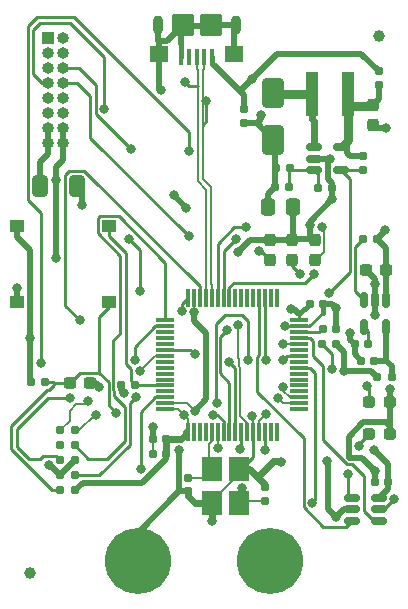
<source format=gbr>
%TF.GenerationSoftware,KiCad,Pcbnew,8.0.5*%
%TF.CreationDate,2024-10-08T14:31:27-07:00*%
%TF.ProjectId,USB_SPDTK2,5553425f-5350-4445-944b-322e6b696361,rev?*%
%TF.SameCoordinates,Original*%
%TF.FileFunction,Copper,L1,Top*%
%TF.FilePolarity,Positive*%
%FSLAX46Y46*%
G04 Gerber Fmt 4.6, Leading zero omitted, Abs format (unit mm)*
G04 Created by KiCad (PCBNEW 8.0.5) date 2024-10-08 14:31:27*
%MOMM*%
%LPD*%
G01*
G04 APERTURE LIST*
G04 Aperture macros list*
%AMRoundRect*
0 Rectangle with rounded corners*
0 $1 Rounding radius*
0 $2 $3 $4 $5 $6 $7 $8 $9 X,Y pos of 4 corners*
0 Add a 4 corners polygon primitive as box body*
4,1,4,$2,$3,$4,$5,$6,$7,$8,$9,$2,$3,0*
0 Add four circle primitives for the rounded corners*
1,1,$1+$1,$2,$3*
1,1,$1+$1,$4,$5*
1,1,$1+$1,$6,$7*
1,1,$1+$1,$8,$9*
0 Add four rect primitives between the rounded corners*
20,1,$1+$1,$2,$3,$4,$5,0*
20,1,$1+$1,$4,$5,$6,$7,0*
20,1,$1+$1,$6,$7,$8,$9,0*
20,1,$1+$1,$8,$9,$2,$3,0*%
G04 Aperture macros list end*
%TA.AperFunction,SMDPad,CuDef*%
%ADD10RoundRect,0.155000X0.155000X-0.212500X0.155000X0.212500X-0.155000X0.212500X-0.155000X-0.212500X0*%
%TD*%
%TA.AperFunction,SMDPad,CuDef*%
%ADD11RoundRect,0.155000X-0.212500X-0.155000X0.212500X-0.155000X0.212500X0.155000X-0.212500X0.155000X0*%
%TD*%
%TA.AperFunction,SMDPad,CuDef*%
%ADD12RoundRect,0.075000X0.075000X-0.700000X0.075000X0.700000X-0.075000X0.700000X-0.075000X-0.700000X0*%
%TD*%
%TA.AperFunction,SMDPad,CuDef*%
%ADD13RoundRect,0.075000X0.700000X-0.075000X0.700000X0.075000X-0.700000X0.075000X-0.700000X-0.075000X0*%
%TD*%
%TA.AperFunction,SMDPad,CuDef*%
%ADD14R,1.100000X3.700000*%
%TD*%
%TA.AperFunction,SMDPad,CuDef*%
%ADD15RoundRect,0.155000X0.212500X0.155000X-0.212500X0.155000X-0.212500X-0.155000X0.212500X-0.155000X0*%
%TD*%
%TA.AperFunction,SMDPad,CuDef*%
%ADD16RoundRect,0.237500X0.287500X0.237500X-0.287500X0.237500X-0.287500X-0.237500X0.287500X-0.237500X0*%
%TD*%
%TA.AperFunction,SMDPad,CuDef*%
%ADD17RoundRect,0.160000X0.160000X-0.197500X0.160000X0.197500X-0.160000X0.197500X-0.160000X-0.197500X0*%
%TD*%
%TA.AperFunction,SMDPad,CuDef*%
%ADD18RoundRect,0.237500X0.300000X0.237500X-0.300000X0.237500X-0.300000X-0.237500X0.300000X-0.237500X0*%
%TD*%
%TA.AperFunction,SMDPad,CuDef*%
%ADD19R,1.250000X1.000000*%
%TD*%
%TA.AperFunction,SMDPad,CuDef*%
%ADD20RoundRect,0.160000X0.197500X0.160000X-0.197500X0.160000X-0.197500X-0.160000X0.197500X-0.160000X0*%
%TD*%
%TA.AperFunction,SMDPad,CuDef*%
%ADD21RoundRect,0.237500X0.237500X-0.300000X0.237500X0.300000X-0.237500X0.300000X-0.237500X-0.300000X0*%
%TD*%
%TA.AperFunction,SMDPad,CuDef*%
%ADD22RoundRect,0.237500X-0.237500X0.287500X-0.237500X-0.287500X0.237500X-0.287500X0.237500X0.287500X0*%
%TD*%
%TA.AperFunction,SMDPad,CuDef*%
%ADD23RoundRect,0.150000X-0.512500X-0.150000X0.512500X-0.150000X0.512500X0.150000X-0.512500X0.150000X0*%
%TD*%
%TA.AperFunction,SMDPad,CuDef*%
%ADD24RoundRect,0.160000X-0.160000X0.197500X-0.160000X-0.197500X0.160000X-0.197500X0.160000X0.197500X0*%
%TD*%
%TA.AperFunction,ComponentPad*%
%ADD25R,1.000000X1.000000*%
%TD*%
%TA.AperFunction,ComponentPad*%
%ADD26O,1.000000X1.000000*%
%TD*%
%TA.AperFunction,SMDPad,CuDef*%
%ADD27RoundRect,0.150000X-0.150000X0.512500X-0.150000X-0.512500X0.150000X-0.512500X0.150000X0.512500X0*%
%TD*%
%TA.AperFunction,SMDPad,CuDef*%
%ADD28RoundRect,0.250000X-0.412500X-0.650000X0.412500X-0.650000X0.412500X0.650000X-0.412500X0.650000X0*%
%TD*%
%TA.AperFunction,SMDPad,CuDef*%
%ADD29RoundRect,0.250000X0.650000X-1.000000X0.650000X1.000000X-0.650000X1.000000X-0.650000X-1.000000X0*%
%TD*%
%TA.AperFunction,SMDPad,CuDef*%
%ADD30RoundRect,0.160000X-0.197500X-0.160000X0.197500X-0.160000X0.197500X0.160000X-0.197500X0.160000X0*%
%TD*%
%TA.AperFunction,SMDPad,CuDef*%
%ADD31C,1.000000*%
%TD*%
%TA.AperFunction,SMDPad,CuDef*%
%ADD32R,1.800000X2.100000*%
%TD*%
%TA.AperFunction,ComponentPad*%
%ADD33C,3.600000*%
%TD*%
%TA.AperFunction,ConnectorPad*%
%ADD34C,5.600000*%
%TD*%
%TA.AperFunction,ConnectorPad*%
%ADD35C,0.787400*%
%TD*%
%TA.AperFunction,SMDPad,CuDef*%
%ADD36RoundRect,0.155000X-0.155000X0.212500X-0.155000X-0.212500X0.155000X-0.212500X0.155000X0.212500X0*%
%TD*%
%TA.AperFunction,SMDPad,CuDef*%
%ADD37RoundRect,0.237500X-0.300000X-0.237500X0.300000X-0.237500X0.300000X0.237500X-0.300000X0.237500X0*%
%TD*%
%TA.AperFunction,SMDPad,CuDef*%
%ADD38RoundRect,0.250000X0.337500X0.475000X-0.337500X0.475000X-0.337500X-0.475000X0.337500X-0.475000X0*%
%TD*%
%TA.AperFunction,SMDPad,CuDef*%
%ADD39RoundRect,0.100000X0.100000X0.575000X-0.100000X0.575000X-0.100000X-0.575000X0.100000X-0.575000X0*%
%TD*%
%TA.AperFunction,ComponentPad*%
%ADD40O,0.900000X1.600000*%
%TD*%
%TA.AperFunction,SMDPad,CuDef*%
%ADD41RoundRect,0.250000X0.550000X0.450000X-0.550000X0.450000X-0.550000X-0.450000X0.550000X-0.450000X0*%
%TD*%
%TA.AperFunction,SMDPad,CuDef*%
%ADD42RoundRect,0.250000X0.700000X0.700000X-0.700000X0.700000X-0.700000X-0.700000X0.700000X-0.700000X0*%
%TD*%
%TA.AperFunction,ViaPad*%
%ADD43C,0.800000*%
%TD*%
%TA.AperFunction,Conductor*%
%ADD44C,0.800000*%
%TD*%
%TA.AperFunction,Conductor*%
%ADD45C,0.500000*%
%TD*%
%TA.AperFunction,Conductor*%
%ADD46C,0.600000*%
%TD*%
%TA.AperFunction,Conductor*%
%ADD47C,0.254000*%
%TD*%
%TA.AperFunction,Conductor*%
%ADD48C,0.200000*%
%TD*%
%TA.AperFunction,Conductor*%
%ADD49C,0.400000*%
%TD*%
%TA.AperFunction,Conductor*%
%ADD50C,0.400600*%
%TD*%
%TA.AperFunction,Conductor*%
%ADD51C,0.127000*%
%TD*%
%TA.AperFunction,Conductor*%
%ADD52C,0.250000*%
%TD*%
G04 APERTURE END LIST*
D10*
%TO.P,C18,1*%
%TO.N,Net-(C18-Pad1)*%
X129800000Y-105367500D03*
%TO.P,C18,2*%
%TO.N,GND*%
X129800000Y-104232500D03*
%TD*%
D11*
%TO.P,C8,1*%
%TO.N,+3.3V*%
X133565000Y-88700000D03*
%TO.P,C8,2*%
%TO.N,GND*%
X134700000Y-88700000D03*
%TD*%
D12*
%TO.P,U4,1,VBAT*%
%TO.N,+3.3V*%
X123275000Y-99525000D03*
%TO.P,U4,2,PC13*%
%TO.N,unconnected-(U4-PC13-Pad2)*%
X123775000Y-99525000D03*
%TO.P,U4,3,PC14*%
%TO.N,unconnected-(U4-PC14-Pad3)*%
X124275000Y-99525000D03*
%TO.P,U4,4,PC15*%
%TO.N,unconnected-(U4-PC15-Pad4)*%
X124775000Y-99525000D03*
%TO.P,U4,5,PH0*%
%TO.N,Net-(U4-PH0)*%
X125275000Y-99525000D03*
%TO.P,U4,6,PH1*%
%TO.N,Net-(U4-PH1)*%
X125775000Y-99525000D03*
%TO.P,U4,7,NRST*%
%TO.N,Net-(J2-~{RESET})*%
X126275000Y-99525000D03*
%TO.P,U4,8,PC0*%
%TO.N,S1U*%
X126775000Y-99525000D03*
%TO.P,U4,9,PC1*%
%TO.N,S1D*%
X127275000Y-99525000D03*
%TO.P,U4,10,PC2*%
%TO.N,S2U*%
X127775000Y-99525000D03*
%TO.P,U4,11,PC3*%
%TO.N,S2D*%
X128275000Y-99525000D03*
%TO.P,U4,12,VSSA*%
%TO.N,GND*%
X128775000Y-99525000D03*
%TO.P,U4,13,VDDA*%
%TO.N,Net-(U4-VDDA)*%
X129275000Y-99525000D03*
%TO.P,U4,14,PA0*%
%TO.N,Net-(U4-PA0)*%
X129775000Y-99525000D03*
%TO.P,U4,15,PA1*%
%TO.N,unconnected-(U4-PA1-Pad15)*%
X130275000Y-99525000D03*
%TO.P,U4,16,PA2*%
%TO.N,unconnected-(U4-PA2-Pad16)*%
X130775000Y-99525000D03*
D13*
%TO.P,U4,17,PA3*%
%TO.N,unconnected-(U4-PA3-Pad17)*%
X132700000Y-97600000D03*
%TO.P,U4,18,VSS*%
%TO.N,GND*%
X132700000Y-97100000D03*
%TO.P,U4,19,VDD*%
%TO.N,+3.3V*%
X132700000Y-96600000D03*
%TO.P,U4,20,PA4*%
%TO.N,unconnected-(U4-PA4-Pad20)*%
X132700000Y-96100000D03*
%TO.P,U4,21,PA5*%
%TO.N,unconnected-(U4-PA5-Pad21)*%
X132700000Y-95600000D03*
%TO.P,U4,22,PA6*%
%TO.N,unconnected-(U4-PA6-Pad22)*%
X132700000Y-95100000D03*
%TO.P,U4,23,PA7*%
%TO.N,unconnected-(U4-PA7-Pad23)*%
X132700000Y-94600000D03*
%TO.P,U4,24,PC4*%
%TO.N,SW_Enable*%
X132700000Y-94100000D03*
%TO.P,U4,25,PC5*%
%TO.N,unconnected-(U4-PC5-Pad25)*%
X132700000Y-93600000D03*
%TO.P,U4,26,PB0*%
%TO.N,Net-(U4-PB0)*%
X132700000Y-93100000D03*
%TO.P,U4,27,PB1*%
%TO.N,unconnected-(U4-PB1-Pad27)*%
X132700000Y-92600000D03*
%TO.P,U4,28,PB2*%
%TO.N,/Controller/BOOT1*%
X132700000Y-92100000D03*
%TO.P,U4,29,PB10*%
%TO.N,/Controller/SPI2_SCK*%
X132700000Y-91600000D03*
%TO.P,U4,30,VCAP1*%
%TO.N,Net-(U4-VCAP1)*%
X132700000Y-91100000D03*
%TO.P,U4,31,VSS*%
%TO.N,GND*%
X132700000Y-90600000D03*
%TO.P,U4,32,VDD*%
%TO.N,+3.3V*%
X132700000Y-90100000D03*
D12*
%TO.P,U4,33,PB12*%
%TO.N,unconnected-(U4-PB12-Pad33)*%
X130775000Y-88175000D03*
%TO.P,U4,34,PB13*%
%TO.N,unconnected-(U4-PB13-Pad34)*%
X130275000Y-88175000D03*
%TO.P,U4,35,PB14*%
%TO.N,/Controller/SPI2_MISO*%
X129775000Y-88175000D03*
%TO.P,U4,36,PB15*%
%TO.N,/Controller/SPI2_MOSI*%
X129275000Y-88175000D03*
%TO.P,U4,37,PC6*%
%TO.N,unconnected-(U4-PC6-Pad37)*%
X128775000Y-88175000D03*
%TO.P,U4,38,PC7*%
%TO.N,unconnected-(U4-PC7-Pad38)*%
X128275000Y-88175000D03*
%TO.P,U4,39,PC8*%
%TO.N,Aux0*%
X127775000Y-88175000D03*
%TO.P,U4,40,PC9*%
%TO.N,Aux1*%
X127275000Y-88175000D03*
%TO.P,U4,41,PA8*%
%TO.N,Net-(U4-PA8)*%
X126775000Y-88175000D03*
%TO.P,U4,42,PA9*%
%TO.N,Net-(U4-PA9)*%
X126275000Y-88175000D03*
%TO.P,U4,43,PA10*%
%TO.N,Net-(U4-PA10)*%
X125775000Y-88175000D03*
%TO.P,U4,44,PA11*%
%TO.N,/Controller/USB-*%
X125275000Y-88175000D03*
%TO.P,U4,45,PA12*%
%TO.N,/Controller/USB+*%
X124775000Y-88175000D03*
%TO.P,U4,46,PA13*%
%TO.N,/Controller/JTMS*%
X124275000Y-88175000D03*
%TO.P,U4,47,VSS*%
%TO.N,GND*%
X123775000Y-88175000D03*
%TO.P,U4,48,VDD*%
%TO.N,+3.3V*%
X123275000Y-88175000D03*
D13*
%TO.P,U4,49,PA14*%
%TO.N,/Controller/JTCK*%
X121350000Y-90100000D03*
%TO.P,U4,50,PA15*%
%TO.N,/Controller/JTDI*%
X121350000Y-90600000D03*
%TO.P,U4,51,PC10*%
%TO.N,Aux2*%
X121350000Y-91100000D03*
%TO.P,U4,52,PC11*%
%TO.N,Aux3*%
X121350000Y-91600000D03*
%TO.P,U4,53,PC12*%
%TO.N,unconnected-(U4-PC12-Pad53)*%
X121350000Y-92100000D03*
%TO.P,U4,54,PD2*%
%TO.N,HVEnable*%
X121350000Y-92600000D03*
%TO.P,U4,55,PB3*%
%TO.N,/Controller/JTDO*%
X121350000Y-93100000D03*
%TO.P,U4,56,PB4*%
%TO.N,unconnected-(U4-PB4-Pad56)*%
X121350000Y-93600000D03*
%TO.P,U4,57,PB5*%
%TO.N,unconnected-(U4-PB5-Pad57)*%
X121350000Y-94100000D03*
%TO.P,U4,58,PB6*%
%TO.N,unconnected-(U4-PB6-Pad58)*%
X121350000Y-94600000D03*
%TO.P,U4,59,PB7*%
%TO.N,unconnected-(U4-PB7-Pad59)*%
X121350000Y-95100000D03*
%TO.P,U4,60,BOOT0*%
%TO.N,Net-(U4-BOOT0)*%
X121350000Y-95600000D03*
%TO.P,U4,61,PB8*%
%TO.N,unconnected-(U4-PB8-Pad61)*%
X121350000Y-96100000D03*
%TO.P,U4,62,PB9*%
%TO.N,/Controller/~{SPI2NSS}*%
X121350000Y-96600000D03*
%TO.P,U4,63,VSS*%
%TO.N,GND*%
X121350000Y-97100000D03*
%TO.P,U4,64,VDD*%
%TO.N,+3.3V*%
X121350000Y-97600000D03*
%TD*%
D11*
%TO.P,C5,1*%
%TO.N,GND*%
X137900000Y-93500000D03*
%TO.P,C5,2*%
%TO.N,Net-(U2-VOUT)*%
X139035000Y-93500000D03*
%TD*%
D14*
%TO.P,L1,1,1*%
%TO.N,Net-(U1-VIN)*%
X136800000Y-70900000D03*
%TO.P,L1,2,2*%
%TO.N,Net-(D1-A)*%
X133800000Y-70900000D03*
%TD*%
D15*
%TO.P,C7,1*%
%TO.N,+3.3V*%
X121400000Y-101400000D03*
%TO.P,C7,2*%
%TO.N,GND*%
X120265000Y-101400000D03*
%TD*%
D16*
%TO.P,D3,1,K*%
%TO.N,GND*%
X140375000Y-99700000D03*
%TO.P,D3,2,A*%
%TO.N,Net-(D3-A)*%
X138625000Y-99700000D03*
%TD*%
D17*
%TO.P,R3,1*%
%TO.N,HVEnable*%
X138100000Y-77395000D03*
%TO.P,R3,2*%
%TO.N,Net-(U1-VIN)*%
X138100000Y-76200000D03*
%TD*%
D18*
%TO.P,C15,1*%
%TO.N,GND*%
X114962500Y-95400000D03*
%TO.P,C15,2*%
%TO.N,Net-(J2-~{RESET})*%
X113237500Y-95400000D03*
%TD*%
D19*
%TO.P,SW2,1,1*%
%TO.N,Net-(U4-BOOT0)*%
X116575000Y-82100000D03*
%TO.P,SW2,2,2*%
%TO.N,+3.3V*%
X108825000Y-82100000D03*
%TD*%
D17*
%TO.P,R2,1*%
%TO.N,Net-(U1-VIN)*%
X139400000Y-70197500D03*
%TO.P,R2,2*%
%TO.N,VBUS*%
X139400000Y-69002500D03*
%TD*%
D20*
%TO.P,R5,1*%
%TO.N,GND*%
X135497500Y-78900000D03*
%TO.P,R5,2*%
%TO.N,Net-(U1-FB)*%
X134302500Y-78900000D03*
%TD*%
D21*
%TO.P,C1,1*%
%TO.N,GND*%
X138900000Y-73562500D03*
%TO.P,C1,2*%
%TO.N,Net-(U1-VIN)*%
X138900000Y-71837500D03*
%TD*%
D22*
%TO.P,D6,1,K*%
%TO.N,GND*%
X130200000Y-83250000D03*
%TO.P,D6,2,A*%
%TO.N,Net-(D6-A)*%
X130200000Y-85000000D03*
%TD*%
D23*
%TO.P,U1,1,SW*%
%TO.N,Net-(D1-A)*%
X133962500Y-75450000D03*
%TO.P,U1,2,GND*%
%TO.N,GND*%
X133962500Y-76400000D03*
%TO.P,U1,3,FB*%
%TO.N,Net-(U1-FB)*%
X133962500Y-77350000D03*
%TO.P,U1,4,EN*%
%TO.N,HVEnable*%
X136237500Y-77350000D03*
%TO.P,U1,5,VIN*%
%TO.N,Net-(U1-VIN)*%
X136237500Y-75450000D03*
%TD*%
D11*
%TO.P,C20,1*%
%TO.N,GND*%
X139065000Y-103800000D03*
%TO.P,C20,2*%
%TO.N,+3.3V*%
X140200000Y-103800000D03*
%TD*%
D24*
%TO.P,R1,1*%
%TO.N,VBUS*%
X128000000Y-72202500D03*
%TO.P,R1,2*%
%TO.N,+VSW*%
X128000000Y-73397500D03*
%TD*%
D22*
%TO.P,D4,1,K*%
%TO.N,GND*%
X134000000Y-83250000D03*
%TO.P,D4,2,A*%
%TO.N,Net-(D4-A)*%
X134000000Y-85000000D03*
%TD*%
D25*
%TO.P,J3,1,Pin_1*%
%TO.N,unconnected-(J3-Pin_1-Pad1)*%
X111430000Y-66190000D03*
D26*
%TO.P,J3,2,Pin_2*%
%TO.N,unconnected-(J3-Pin_2-Pad2)*%
X112700000Y-66190000D03*
%TO.P,J3,3,Pin_3*%
%TO.N,unconnected-(J3-Pin_3-Pad3)*%
X111430000Y-67460000D03*
%TO.P,J3,4,Pin_4*%
%TO.N,unconnected-(J3-Pin_4-Pad4)*%
X112700000Y-67460000D03*
%TO.P,J3,5,Pin_5*%
%TO.N,S1U_OUT*%
X111430000Y-68730000D03*
%TO.P,J3,6,Pin_6*%
%TO.N,S1D_OUT*%
X112700000Y-68730000D03*
%TO.P,J3,7,Pin_7*%
%TO.N,S2U_OUT*%
X111430000Y-70000000D03*
%TO.P,J3,8,Pin_8*%
%TO.N,S2D_OUT*%
X112700000Y-70000000D03*
%TO.P,J3,9,Pin_9*%
%TO.N,unconnected-(J3-Pin_9-Pad9)*%
X111430000Y-71270000D03*
%TO.P,J3,10,Pin_10*%
%TO.N,unconnected-(J3-Pin_10-Pad10)*%
X112700000Y-71270000D03*
%TO.P,J3,11,Pin_11*%
%TO.N,unconnected-(J3-Pin_11-Pad11)*%
X111430000Y-72540000D03*
%TO.P,J3,12,Pin_12*%
%TO.N,unconnected-(J3-Pin_12-Pad12)*%
X112700000Y-72540000D03*
%TO.P,J3,13,Pin_13*%
%TO.N,+VSW*%
X111430000Y-73810000D03*
%TO.P,J3,14,Pin_14*%
%TO.N,GND*%
X112700000Y-73810000D03*
%TO.P,J3,15,Pin_15*%
%TO.N,+VSW*%
X111430000Y-75080000D03*
%TO.P,J3,16,Pin_16*%
%TO.N,GND*%
X112700000Y-75080000D03*
%TD*%
D27*
%TO.P,U2,1,VIN*%
%TO.N,VBUS*%
X140050000Y-88362500D03*
%TO.P,U2,2,GND*%
%TO.N,GND*%
X139100000Y-88362500D03*
%TO.P,U2,3,ON/~{OFF}*%
%TO.N,Net-(U2-ON{slash}~{OFF})*%
X138150000Y-88362500D03*
%TO.P,U2,4,BP*%
%TO.N,Net-(U2-BP)*%
X138150000Y-90637500D03*
%TO.P,U2,5,VOUT*%
%TO.N,Net-(U2-VOUT)*%
X140050000Y-90637500D03*
%TD*%
D28*
%TO.P,C21,1*%
%TO.N,+VSW*%
X110737500Y-78700000D03*
%TO.P,C21,2*%
%TO.N,GND*%
X113862500Y-78700000D03*
%TD*%
D29*
%TO.P,D1,1,K*%
%TO.N,+VSW*%
X130500000Y-74800000D03*
%TO.P,D1,2,A*%
%TO.N,Net-(D1-A)*%
X130500000Y-70800000D03*
%TD*%
D30*
%TO.P,R10,1*%
%TO.N,GND*%
X117602500Y-95600000D03*
%TO.P,R10,2*%
%TO.N,Net-(U4-BOOT0)*%
X118797500Y-95600000D03*
%TD*%
D11*
%TO.P,C12,1*%
%TO.N,GND*%
X120265000Y-100100000D03*
%TO.P,C12,2*%
%TO.N,+3.3V*%
X121400000Y-100100000D03*
%TD*%
D31*
%TO.P,FID2,*%
%TO.N,*%
X139400000Y-66000000D03*
%TD*%
D20*
%TO.P,R4,1*%
%TO.N,Net-(U1-FB)*%
X131897500Y-77200000D03*
%TO.P,R4,2*%
%TO.N,+VSW*%
X130702500Y-77200000D03*
%TD*%
%TO.P,R16,1*%
%TO.N,+3.3V*%
X135800000Y-92100000D03*
%TO.P,R16,2*%
%TO.N,/Controller/BOOT1*%
X134605000Y-92100000D03*
%TD*%
D32*
%TO.P,Y1,1,1*%
%TO.N,Net-(U4-PH0)*%
X125300000Y-102650000D03*
%TO.P,Y1,2,2*%
%TO.N,GND*%
X125300000Y-105550000D03*
%TO.P,Y1,3,3*%
%TO.N,Net-(C18-Pad1)*%
X127600000Y-105550000D03*
%TO.P,Y1,4,4*%
%TO.N,GND*%
X127600000Y-102650000D03*
%TD*%
D22*
%TO.P,D5,1,K*%
%TO.N,GND*%
X132100000Y-83250000D03*
%TO.P,D5,2,A*%
%TO.N,Net-(D5-A)*%
X132100000Y-85000000D03*
%TD*%
D33*
%TO.P,H1,1,1*%
%TO.N,GND*%
X119012000Y-110500000D03*
D34*
X119012000Y-110500000D03*
%TD*%
D15*
%TO.P,C19,1*%
%TO.N,GND*%
X135800000Y-90800000D03*
%TO.P,C19,2*%
%TO.N,Net-(U4-VCAP1)*%
X134665000Y-90800000D03*
%TD*%
D35*
%TO.P,J2,1,VTref*%
%TO.N,+3.3V*%
X113700000Y-104470000D03*
%TO.P,J2,2,SWDIO/TMS*%
%TO.N,/Controller/JTMS*%
X113700000Y-103200000D03*
%TO.P,J2,3,GND*%
%TO.N,GND*%
X113700000Y-101930000D03*
%TO.P,J2,4,SWCLK/TCK*%
%TO.N,/Controller/JTCK*%
X113700000Y-100660000D03*
%TO.P,J2,5,GND*%
%TO.N,GND*%
X113700000Y-99390000D03*
%TO.P,J2,6,SWO/TDO*%
%TO.N,/Controller/JTDO*%
X112430000Y-99390000D03*
%TO.P,J2,7,KEY*%
%TO.N,unconnected-(J2-KEY-Pad7)*%
X112430000Y-100660000D03*
%TO.P,J2,8,NC/TDI*%
%TO.N,/Controller/JTDI*%
X112430000Y-101930000D03*
%TO.P,J2,9,GNDDetect*%
%TO.N,GND*%
X112430000Y-103200000D03*
%TO.P,J2,10,~{RESET}*%
%TO.N,Net-(J2-~{RESET})*%
X112430000Y-104470000D03*
%TD*%
D36*
%TO.P,C17,1*%
%TO.N,Net-(U4-PH0)*%
X123300000Y-103432500D03*
%TO.P,C17,2*%
%TO.N,GND*%
X123300000Y-104567500D03*
%TD*%
D37*
%TO.P,C4,1*%
%TO.N,GND*%
X138337500Y-85800000D03*
%TO.P,C4,2*%
%TO.N,VBUS*%
X140062500Y-85800000D03*
%TD*%
D38*
%TO.P,C3,1*%
%TO.N,GND*%
X132137500Y-80500000D03*
%TO.P,C3,2*%
%TO.N,+VSW*%
X130062500Y-80500000D03*
%TD*%
D23*
%TO.P,U5,1,DO*%
%TO.N,/Controller/SPI2_MISO*%
X137125000Y-105150000D03*
%TO.P,U5,2,Vss*%
%TO.N,GND*%
X137125000Y-106100000D03*
%TO.P,U5,3,DI*%
%TO.N,/Controller/SPI2_MOSI*%
X137125000Y-107050000D03*
%TO.P,U5,4,CLK*%
%TO.N,/Controller/SPI2_SCK*%
X139400000Y-107050000D03*
%TO.P,U5,5,CS*%
%TO.N,/Controller/~{SPI2NSS}*%
X139400000Y-106100000D03*
%TO.P,U5,6,Vcc*%
%TO.N,+3.3V*%
X139400000Y-105150000D03*
%TD*%
D30*
%TO.P,R8,1*%
%TO.N,+3.3V*%
X110002500Y-95300000D03*
%TO.P,R8,2*%
%TO.N,Net-(J2-~{RESET})*%
X111197500Y-95300000D03*
%TD*%
D31*
%TO.P,FID1,*%
%TO.N,*%
X109900000Y-111500000D03*
%TD*%
D20*
%TO.P,R6,1*%
%TO.N,Net-(U2-VOUT)*%
X140500000Y-94900000D03*
%TO.P,R6,2*%
%TO.N,+3.3V*%
X139305000Y-94900000D03*
%TD*%
D33*
%TO.P,H2,1,1*%
%TO.N,GND*%
X130188000Y-110500000D03*
D34*
X130188000Y-110500000D03*
%TD*%
D16*
%TO.P,D7,1,K*%
%TO.N,GND*%
X140375000Y-97000000D03*
%TO.P,D7,2,A*%
%TO.N,Net-(D7-A)*%
X138625000Y-97000000D03*
%TD*%
D11*
%TO.P,C2,1*%
%TO.N,+VSW*%
X130665000Y-78800000D03*
%TO.P,C2,2*%
%TO.N,Net-(U1-FB)*%
X131800000Y-78800000D03*
%TD*%
D20*
%TO.P,R7,1*%
%TO.N,VBUS*%
X139300000Y-83200000D03*
%TO.P,R7,2*%
%TO.N,Net-(U2-ON{slash}~{OFF})*%
X138105000Y-83200000D03*
%TD*%
D11*
%TO.P,C6,1*%
%TO.N,GND*%
X137365000Y-92100000D03*
%TO.P,C6,2*%
%TO.N,Net-(U2-BP)*%
X138500000Y-92100000D03*
%TD*%
D39*
%TO.P,J1,1,VBUS*%
%TO.N,VBUS*%
X125300000Y-67800000D03*
%TO.P,J1,2,D-*%
%TO.N,/Controller/USB-*%
X124650000Y-67800000D03*
%TO.P,J1,3,D+*%
%TO.N,/Controller/USB+*%
X124000000Y-67800000D03*
%TO.P,J1,4,ID*%
%TO.N,unconnected-(J1-ID-Pad4)*%
X123350000Y-67800000D03*
%TO.P,J1,5,GND*%
%TO.N,GND*%
X122700000Y-67800000D03*
D40*
%TO.P,J1,6,Shield*%
X127300000Y-65125000D03*
D41*
X127200000Y-67575000D03*
D42*
X125200000Y-65125000D03*
X122800000Y-65125000D03*
D41*
X120800000Y-67575000D03*
D40*
X120700000Y-65125000D03*
%TD*%
D19*
%TO.P,SW1,1,1*%
%TO.N,Net-(J2-~{RESET})*%
X116575000Y-88500000D03*
%TO.P,SW1,2,2*%
%TO.N,GND*%
X108825000Y-88500000D03*
%TD*%
D43*
%TO.N,GND*%
X128697285Y-98229721D03*
X122038000Y-79492100D03*
X114309000Y-80300700D03*
X139100000Y-87000000D03*
X108825000Y-87355000D03*
X130900000Y-96700000D03*
X127500000Y-84300000D03*
X120963027Y-70553873D03*
X139100000Y-89641100D03*
X135000000Y-102000000D03*
X123096000Y-80550800D03*
X140056000Y-73779900D03*
X112074000Y-84787500D03*
X133563000Y-82032600D03*
X131468723Y-90607231D03*
X131150000Y-102050000D03*
X135498000Y-79824600D03*
X139065000Y-102855000D03*
X125300000Y-107100000D03*
X111470000Y-102318000D03*
X115500000Y-98100000D03*
X120265000Y-99151800D03*
X135832000Y-106775000D03*
X117844000Y-96265100D03*
X123843000Y-97726000D03*
X115752000Y-95691924D03*
X112074000Y-78202100D03*
X135291000Y-76400000D03*
X140375000Y-95883200D03*
X123763000Y-89409600D03*
X122525000Y-101063000D03*
X137009000Y-91143200D03*
X135800000Y-89015900D03*
%TO.N,+VSW*%
X129414000Y-72695900D03*
%TO.N,VBUS*%
X139980000Y-82423000D03*
X128643000Y-69681100D03*
%TO.N,+3.3V*%
X122900000Y-98100000D03*
X131979000Y-89130600D03*
X109917000Y-91596800D03*
X139000000Y-101072000D03*
X136454000Y-94366700D03*
X122720000Y-89290900D03*
X131327000Y-95734500D03*
%TO.N,Net-(U4-VDDA)*%
X129900000Y-98000000D03*
%TO.N,Net-(J2-~{RESET})*%
X117200000Y-97900000D03*
X125346783Y-98088157D03*
%TO.N,Net-(C18-Pad1)*%
X127800000Y-104300000D03*
%TO.N,/Controller/USB+*%
X123036000Y-69898900D03*
%TO.N,/Controller/USB-*%
X124825000Y-71525300D03*
%TO.N,Net-(D3-A)*%
X137775352Y-100699996D03*
%TO.N,Net-(D4-A)*%
X134599000Y-82202400D03*
%TO.N,Net-(D5-A)*%
X132744000Y-86131500D03*
%TO.N,Net-(D6-A)*%
X129300000Y-84230000D03*
%TO.N,Net-(D7-A)*%
X138383000Y-95685600D03*
%TO.N,/Controller/JTMS*%
X114099000Y-90085600D03*
X118823000Y-96559700D03*
%TO.N,/Controller/JTDI*%
X113290000Y-96625300D03*
X118738000Y-93449800D03*
%TO.N,/Controller/JTDO*%
X119200000Y-94400000D03*
X114760000Y-96899600D03*
%TO.N,S2U*%
X123350000Y-75720300D03*
X110776000Y-93664900D03*
X127661000Y-100943000D03*
%TO.N,S1U*%
X126600000Y-90900000D03*
%TO.N,S2D_OUT*%
X123368000Y-82982600D03*
%TO.N,S1D_OUT*%
X118463000Y-75621000D03*
%TO.N,S2D*%
X127518015Y-90490338D03*
%TO.N,S2U_OUT*%
X116162000Y-72221200D03*
%TO.N,S1D*%
X119179000Y-87613000D03*
X126755000Y-93615464D03*
X118304000Y-83235400D03*
%TO.N,HVEnable*%
X135186000Y-87769700D03*
X123820000Y-92976924D03*
%TO.N,Net-(U4-PA0)*%
X129821000Y-101079000D03*
%TO.N,Net-(U4-PH1)*%
X125800000Y-100900000D03*
%TO.N,Net-(U4-PA8)*%
X133937000Y-86145700D03*
%TO.N,Net-(U4-PA9)*%
X127300002Y-83200000D03*
%TO.N,Net-(U4-PA10)*%
X128200002Y-82200000D03*
%TO.N,/Controller/BOOT1*%
X131300000Y-92100000D03*
X135453000Y-94189900D03*
%TO.N,Net-(U4-PB0)*%
X131308000Y-93424500D03*
%TO.N,/Controller/~{SPI2NSS}*%
X140706000Y-105180000D03*
X119273000Y-102716000D03*
%TO.N,SW_Enable*%
X133800000Y-105514000D03*
%TO.N,/Controller/SPI2_MISO*%
X128342000Y-93456300D03*
X125712754Y-97125766D03*
X129850000Y-93456300D03*
X136812000Y-103120430D03*
%TD*%
D44*
%TO.N,Net-(U1-VIN)*%
X138900000Y-71901000D02*
X136800000Y-71901000D01*
D45*
X136238000Y-75362000D02*
X136700000Y-74900000D01*
X138900000Y-71837500D02*
X139400000Y-71337500D01*
X136800000Y-71901000D02*
X136800000Y-73201700D01*
X138100000Y-76200000D02*
X136987500Y-76200000D01*
D44*
X136800000Y-74800000D02*
X136700000Y-74900000D01*
D45*
X136238000Y-75450000D02*
X136238000Y-75362000D01*
X136700000Y-75912500D02*
X136700000Y-74900000D01*
X139400000Y-71337500D02*
X139400000Y-70197500D01*
D44*
X136800000Y-73201700D02*
X136800000Y-74800000D01*
X136800000Y-70900000D02*
X136800000Y-73201700D01*
D45*
X136987500Y-76200000D02*
X136700000Y-75912500D01*
%TO.N,GND*%
X117844000Y-96265100D02*
X117602000Y-96023100D01*
X132138000Y-82534300D02*
X132138000Y-82533800D01*
X127200000Y-65125000D02*
X127200000Y-67575000D01*
X135100000Y-106043000D02*
X135100000Y-102100000D01*
X120800000Y-66426700D02*
X120800000Y-67575000D01*
X135111000Y-78100800D02*
X135498000Y-78487500D01*
X132138000Y-81178100D02*
X132138000Y-81008500D01*
D46*
X129150000Y-103350000D02*
X130500000Y-102000000D01*
D47*
X131475954Y-90600000D02*
X131468723Y-90607231D01*
X133545592Y-90600000D02*
X134700000Y-89445592D01*
D45*
X139100000Y-89641100D02*
X139100000Y-88362500D01*
D46*
X129150000Y-103350000D02*
X128450000Y-102650000D01*
D45*
X136507000Y-106100000D02*
X135832000Y-106775000D01*
X123300000Y-104568000D02*
X122525000Y-104568000D01*
D46*
X130500000Y-102000000D02*
X131200000Y-102000000D01*
D45*
X137973430Y-101763430D02*
X136940319Y-101763430D01*
D48*
X121350000Y-97100000D02*
X123217000Y-97100000D01*
D45*
X140375000Y-99700000D02*
X140375000Y-99123900D01*
X139988000Y-98736900D02*
X140375000Y-99123900D01*
X140375000Y-97000000D02*
X140375000Y-95883200D01*
X140375000Y-99123900D02*
X140375000Y-97000000D01*
X117602000Y-95917300D02*
X117602000Y-95916800D01*
X114309000Y-80300700D02*
X114309000Y-79146300D01*
D48*
X113700000Y-99390000D02*
X114060000Y-99390000D01*
D45*
X115484376Y-95424300D02*
X114962500Y-95424300D01*
X132138000Y-81516600D02*
X132138000Y-81178100D01*
X127200000Y-65125000D02*
X125200000Y-65125000D01*
X138082000Y-98736900D02*
X139988000Y-98736900D01*
X135832000Y-106775000D02*
X135100000Y-106043000D01*
D48*
X132700000Y-97100000D02*
X131300000Y-97100000D01*
D45*
X127500000Y-84300000D02*
X128550000Y-83250000D01*
D48*
X131300000Y-97100000D02*
X130900000Y-96700000D01*
X123217000Y-97100000D02*
X123843000Y-97726000D01*
D45*
X133780000Y-83212500D02*
X133563000Y-82995400D01*
X112074000Y-84787500D02*
X112074000Y-78202100D01*
X135484100Y-88700000D02*
X135800000Y-89015900D01*
X139065000Y-103800000D02*
X139065000Y-102855000D01*
X121498000Y-66426700D02*
X122800000Y-65125000D01*
X135498000Y-78809800D02*
X135498000Y-78854900D01*
X137900000Y-93500000D02*
X137365000Y-92965000D01*
X135291000Y-76400000D02*
X135076000Y-76400000D01*
X117602000Y-95705700D02*
X117602000Y-95679200D01*
D48*
X114060000Y-99390000D02*
X115350000Y-98100000D01*
D45*
X135800000Y-89015900D02*
X135800000Y-90800000D01*
X122525000Y-104568000D02*
X122525000Y-101063000D01*
X139100000Y-86562500D02*
X139100000Y-87000000D01*
X135076000Y-76400000D02*
X135111000Y-76435000D01*
D46*
X129800000Y-104232000D02*
X129800000Y-104000000D01*
D45*
X112074000Y-78202100D02*
X112074000Y-77142000D01*
D48*
X128697285Y-98229721D02*
X128775000Y-98307436D01*
D47*
X132700000Y-90600000D02*
X133545592Y-90600000D01*
D45*
X120750000Y-66426700D02*
X120800000Y-66426700D01*
X112700000Y-76515500D02*
X112700000Y-75080000D01*
D48*
X125300000Y-105400000D02*
X127600000Y-103100000D01*
X123775000Y-88175000D02*
X123775000Y-89398000D01*
D45*
X120800000Y-70390846D02*
X120963027Y-70553873D01*
X123763000Y-89409600D02*
X123763000Y-90163000D01*
X137125000Y-106100000D02*
X136507000Y-106100000D01*
X120700000Y-66376700D02*
X120750000Y-66426700D01*
X135100000Y-102100000D02*
X135000000Y-102000000D01*
D47*
X127750000Y-102650000D02*
X128775000Y-101625000D01*
D45*
X117602000Y-95679200D02*
X117602000Y-95678700D01*
X134700000Y-88700000D02*
X135484100Y-88700000D01*
X137009000Y-91743800D02*
X137365000Y-92100000D01*
X117602000Y-95758600D02*
X117602000Y-95758100D01*
X135076000Y-76400000D02*
X133962500Y-76400000D01*
X136940319Y-101763430D02*
X136890803Y-101713914D01*
X117602000Y-95758100D02*
X117602000Y-95705700D01*
X135498000Y-79246700D02*
X135498000Y-79131100D01*
X123763000Y-90163000D02*
X124800000Y-91200000D01*
D46*
X128450000Y-102650000D02*
X127750000Y-102650000D01*
D45*
X140056000Y-73779900D02*
X139117000Y-73779900D01*
D46*
X125300000Y-105550000D02*
X125300000Y-107100000D01*
D45*
X135498000Y-78900000D02*
X135498000Y-79015000D01*
X119012000Y-108081000D02*
X122525000Y-104568000D01*
X135498000Y-79824600D02*
X133563000Y-81759600D01*
X120800000Y-67575000D02*
X120800000Y-70390846D01*
X112700000Y-75080000D02*
X112700000Y-73810000D01*
D46*
X125300000Y-105550000D02*
X123850000Y-105550000D01*
D45*
X135498000Y-78809300D02*
X135498000Y-78809800D01*
X132138000Y-83212500D02*
X132138000Y-82534300D01*
D49*
X134700000Y-89445592D02*
X134700000Y-88700000D01*
D45*
X132138000Y-82533800D02*
X132138000Y-81517100D01*
D46*
X123850000Y-105550000D02*
X123300000Y-105000000D01*
D45*
X133563000Y-82995400D02*
X133563000Y-82032600D01*
X123096000Y-80550800D02*
X122038000Y-79492100D01*
X117602000Y-95916800D02*
X117602000Y-95811500D01*
D47*
X128775000Y-101625000D02*
X128775000Y-99525000D01*
D45*
X132138000Y-83212500D02*
X133780000Y-83212500D01*
X108825000Y-88500000D02*
X108825000Y-87355000D01*
X120265000Y-100100000D02*
X120265000Y-99151800D01*
D48*
X128775000Y-98307436D02*
X128775000Y-99525000D01*
X123775000Y-89398000D02*
X123763000Y-89409600D01*
D45*
X136890803Y-99928097D02*
X138082000Y-98736900D01*
X135498000Y-79593400D02*
X135498000Y-79592900D01*
X122699000Y-65225600D02*
X122699000Y-66730100D01*
X139100000Y-87000000D02*
X139100000Y-88362500D01*
X120700000Y-65125000D02*
X120700000Y-66376700D01*
D46*
X131150000Y-102050000D02*
X131100000Y-102100000D01*
D45*
X117602000Y-95678700D02*
X117602000Y-95652800D01*
X137009000Y-91143200D02*
X137009000Y-91743800D01*
D48*
X120265000Y-101400000D02*
X120265000Y-100100000D01*
D47*
X132700000Y-90600000D02*
X131475954Y-90600000D01*
D45*
X115752000Y-95691924D02*
X115484376Y-95424300D01*
X124800000Y-91200000D02*
X124800000Y-96769000D01*
X117602000Y-95811500D02*
X117602000Y-95758600D01*
X139065000Y-102855000D02*
X137973430Y-101763430D01*
X132138000Y-81008000D02*
X132138000Y-80839000D01*
X137365000Y-92965000D02*
X137365000Y-92100000D01*
X114309000Y-79146300D02*
X113862000Y-78700800D01*
X135498000Y-79824600D02*
X135498000Y-79593400D01*
D46*
X131100000Y-102100000D02*
X131000000Y-102100000D01*
D45*
X136890803Y-101713914D02*
X136890803Y-99928097D01*
X135111000Y-76435000D02*
X135111000Y-78100800D01*
X120800000Y-66426700D02*
X121498000Y-66426700D01*
X117602000Y-96023100D02*
X117602000Y-95917300D01*
X132138000Y-81008500D02*
X132138000Y-81008000D01*
X112074000Y-77142000D02*
X112700000Y-76515500D01*
D48*
X115350000Y-98100000D02*
X115500000Y-98100000D01*
D45*
X135498000Y-79015000D02*
X135498000Y-79015500D01*
X135498000Y-79362300D02*
X135498000Y-79246700D01*
X132138000Y-81517100D02*
X132138000Y-81516600D01*
X122750000Y-65175300D02*
X125150000Y-65175300D01*
D50*
X122699000Y-66730100D02*
X122699000Y-67799400D01*
D45*
X135498000Y-78487500D02*
X135498000Y-78809300D01*
X124800000Y-96769000D02*
X123843000Y-97726000D01*
D46*
X123300000Y-105000000D02*
X123300000Y-104567500D01*
D45*
X135498000Y-79592900D02*
X135498000Y-79362300D01*
D46*
X129800000Y-104000000D02*
X129150000Y-103350000D01*
D45*
X133563000Y-81759600D02*
X133563000Y-82032600D01*
X132100000Y-83250000D02*
X130200000Y-83250000D01*
X128550000Y-83250000D02*
X130200000Y-83250000D01*
X138338000Y-85800000D02*
X139100000Y-86562500D01*
X111548000Y-102318000D02*
X111470000Y-102318000D01*
D50*
X122699000Y-67799400D02*
X122700000Y-67800000D01*
D45*
X135498000Y-79015500D02*
X135498000Y-79131100D01*
X113700000Y-101930000D02*
X112430000Y-103200000D01*
D46*
X131200000Y-102000000D02*
X131150000Y-102050000D01*
D45*
X112430000Y-103200000D02*
X111548000Y-102318000D01*
%TO.N,+VSW*%
X110738000Y-76724200D02*
X110738000Y-77218100D01*
X130665000Y-78800000D02*
X130062000Y-79402500D01*
X129098000Y-73397500D02*
X130500000Y-74800000D01*
X111430000Y-75080000D02*
X111430000Y-76031700D01*
X110738000Y-77959000D02*
X110738000Y-77959500D01*
X129414000Y-73080700D02*
X129098000Y-73397500D01*
X110738000Y-77218100D02*
X110738000Y-77218600D01*
X130062000Y-79951200D02*
X130062000Y-80088400D01*
X111430000Y-76031700D02*
X110738000Y-76724200D01*
X110738000Y-77712100D02*
X110738000Y-77959000D01*
X130665000Y-74965000D02*
X130665000Y-77200000D01*
X130665000Y-77200000D02*
X130665000Y-78800000D01*
X129414000Y-72695900D02*
X129414000Y-73080700D01*
X130062000Y-79402500D02*
X130062000Y-79676800D01*
X128000000Y-73397500D02*
X129098000Y-73397500D01*
X130062000Y-79677300D02*
X130062000Y-79951200D01*
X110738000Y-77959500D02*
X110738000Y-78206000D01*
X130062000Y-79676800D02*
X130062000Y-79677300D01*
X110738000Y-77218600D02*
X110738000Y-77712100D01*
X111430000Y-75080000D02*
X111430000Y-73810000D01*
D51*
%TO.N,Net-(U1-FB)*%
X134302000Y-78295500D02*
X134302000Y-78597700D01*
D52*
X134302000Y-78295000D02*
X134302000Y-77690000D01*
D51*
X134302000Y-78295000D02*
X134302000Y-78295500D01*
D52*
X133962000Y-77350000D02*
X132048000Y-77350000D01*
X131800000Y-77297500D02*
X131800000Y-78800000D01*
D51*
X134302000Y-78597700D02*
X134302000Y-78598200D01*
D52*
X134302000Y-78295500D02*
X134302000Y-78295000D01*
X134302000Y-78598200D02*
X134302000Y-78597700D01*
X134302000Y-77690000D02*
X134132000Y-77520100D01*
X134302000Y-78749100D02*
X134302000Y-78598200D01*
D51*
X134302000Y-78598200D02*
X134302000Y-78749100D01*
D52*
X134302000Y-78597700D02*
X134302000Y-78295500D01*
D50*
%TO.N,VBUS*%
X125427000Y-68478700D02*
X125300000Y-68351300D01*
D45*
X139980000Y-82520400D02*
X139300000Y-83200000D01*
X140056000Y-83956300D02*
X139300000Y-83200000D01*
D50*
X125300000Y-68351300D02*
X125300000Y-67800000D01*
D45*
X140056000Y-85800000D02*
X140056000Y-83956300D01*
X139980000Y-82423000D02*
X139980000Y-82520400D01*
X128643000Y-69681100D02*
X127636000Y-70687500D01*
X140050000Y-88362500D02*
X140050000Y-85806300D01*
X125427000Y-68478700D02*
X127636000Y-70687500D01*
X128643000Y-69681100D02*
X130824100Y-67500000D01*
X137897500Y-67500000D02*
X139400000Y-69002500D01*
X128000000Y-71051300D02*
X128000000Y-72202500D01*
X130824100Y-67500000D02*
X137897500Y-67500000D01*
X127636000Y-70687500D02*
X128000000Y-71051300D01*
%TO.N,Net-(U2-VOUT)*%
X140500000Y-94900000D02*
X140500000Y-93950000D01*
X140050000Y-90637500D02*
X140050000Y-93500000D01*
X140050000Y-93500000D02*
X139035000Y-93500000D01*
X140500000Y-93950000D02*
X140050000Y-93500000D01*
D52*
%TO.N,Net-(U2-BP)*%
X138500000Y-90987500D02*
X138500000Y-92100000D01*
X138150000Y-90637500D02*
X138500000Y-90987500D01*
D45*
%TO.N,+3.3V*%
X119373000Y-103820000D02*
X121400000Y-101793000D01*
X131979000Y-89130600D02*
X132266000Y-89130600D01*
X139305000Y-94900000D02*
X138772000Y-94366700D01*
X108825000Y-82100000D02*
X108825000Y-83051700D01*
X140200000Y-103800000D02*
X140200000Y-102272000D01*
X140200000Y-104350000D02*
X140200000Y-103800000D01*
X132266000Y-89130600D02*
X132700000Y-89565000D01*
X109917000Y-91596800D02*
X109917000Y-95214600D01*
D47*
X122720000Y-88729900D02*
X122720000Y-89290900D01*
D46*
X121400000Y-101400000D02*
X121400000Y-100100000D01*
D45*
X136454000Y-92754400D02*
X135800000Y-92100000D01*
D46*
X122700000Y-100100000D02*
X121400000Y-100100000D01*
X123125000Y-99675000D02*
X123125000Y-99525000D01*
D48*
X131893000Y-96600000D02*
X131327000Y-96034700D01*
D46*
X122700000Y-100100000D02*
X123125000Y-99675000D01*
D48*
X132700000Y-96600000D02*
X131893000Y-96600000D01*
D45*
X136454000Y-94366700D02*
X136454000Y-92754400D01*
X121400000Y-101793000D02*
X121400000Y-101400000D01*
D48*
X123275000Y-98475000D02*
X122900000Y-98100000D01*
D49*
X132700000Y-89565000D02*
X133565000Y-88700000D01*
D45*
X109917000Y-95214600D02*
X109960000Y-95257300D01*
X138772000Y-94366700D02*
X136454000Y-94366700D01*
D48*
X123275000Y-99525000D02*
X123275000Y-98475000D01*
D45*
X140200000Y-102272000D02*
X139000000Y-101072000D01*
D48*
X131327000Y-96034700D02*
X131327000Y-95734500D01*
X122400000Y-97600000D02*
X122900000Y-98100000D01*
D47*
X132700000Y-89565000D02*
X132700000Y-90100000D01*
D45*
X113700000Y-104470000D02*
X114350000Y-103820000D01*
X114350000Y-103820000D02*
X119373000Y-103820000D01*
X139400000Y-105150000D02*
X140200000Y-104350000D01*
X108825000Y-83051700D02*
X109917000Y-84143800D01*
X109917000Y-84143800D02*
X109917000Y-91596800D01*
D47*
X123275000Y-88175000D02*
X122720000Y-88729900D01*
D48*
X121350000Y-97600000D02*
X122400000Y-97600000D01*
%TO.N,Net-(U4-VDDA)*%
X129275000Y-98625000D02*
X129275000Y-99525000D01*
X129900000Y-98000000D02*
X129275000Y-98625000D01*
D52*
%TO.N,Net-(J2-~{RESET})*%
X108296000Y-99015600D02*
X108296000Y-101014000D01*
X111198000Y-95300000D02*
X111793000Y-95300000D01*
X111752000Y-104470000D02*
X112430000Y-104470000D01*
X115742000Y-89777500D02*
X116575000Y-88944500D01*
X116543000Y-97243000D02*
X117200000Y-97900000D01*
X111793000Y-95300000D02*
X111893000Y-95400000D01*
X126275000Y-98645400D02*
X125717757Y-98088157D01*
X116575000Y-88944500D02*
X116575000Y-88500000D01*
X113237500Y-95400000D02*
X111893000Y-95400000D01*
X111893000Y-95574500D02*
X111522000Y-95945800D01*
X108296000Y-101014000D02*
X111752000Y-104470000D01*
X115742000Y-94545100D02*
X114092000Y-94545100D01*
X111522000Y-95945800D02*
X111365000Y-95945800D01*
X111893000Y-95400000D02*
X111893000Y-95574500D01*
X111365000Y-95945800D02*
X108296000Y-99015600D01*
X114092000Y-94545100D02*
X113238000Y-95400000D01*
X115742000Y-94545100D02*
X116543000Y-95346100D01*
X115742000Y-94545100D02*
X115742000Y-89777500D01*
X126275000Y-99525000D02*
X126275000Y-98645400D01*
X116543000Y-95346100D02*
X116543000Y-97243000D01*
X125717757Y-98088157D02*
X125346783Y-98088157D01*
D48*
%TO.N,Net-(U4-PH0)*%
X125007000Y-100600000D02*
X125007000Y-102207000D01*
X123300500Y-103432000D02*
X124518000Y-103432000D01*
X125275000Y-100332000D02*
X125007000Y-100600000D01*
X125275000Y-99525000D02*
X125275000Y-100332000D01*
%TO.N,Net-(C18-Pad1)*%
X127800000Y-105500000D02*
X127800000Y-104300000D01*
X129799500Y-105368000D02*
X127932000Y-105368000D01*
D52*
%TO.N,Net-(U4-VCAP1)*%
X134665000Y-90800000D02*
X134365000Y-91100000D01*
X134365000Y-91100000D02*
X132700000Y-91100000D01*
D51*
%TO.N,Net-(D1-A)*%
X133962000Y-74897500D02*
X133962000Y-74898000D01*
D46*
X133800000Y-73076700D02*
X133962000Y-73239200D01*
X133962000Y-74345100D02*
X133962000Y-74897500D01*
D52*
X133962000Y-75174000D02*
X133962000Y-75312000D01*
D51*
X133962000Y-74344600D02*
X133962000Y-74345100D01*
D52*
X133962000Y-74345100D02*
X133962000Y-74897500D01*
D46*
X133800000Y-70900000D02*
X133800000Y-73076700D01*
D52*
X133962000Y-74344600D02*
X133962000Y-74345100D01*
X133962000Y-74898000D02*
X133962000Y-75174000D01*
D51*
X133962000Y-75174000D02*
X133962000Y-75312000D01*
D46*
X133962000Y-73239200D02*
X133962000Y-74344600D01*
D51*
X133962000Y-74898000D02*
X133962000Y-75174000D01*
D52*
X133962000Y-74897500D02*
X133962000Y-74898000D01*
D44*
X130600000Y-70900000D02*
X133800000Y-70900000D01*
D46*
X133962000Y-74898000D02*
X133962000Y-75174000D01*
D52*
%TO.N,/Controller/USB+*%
X124100000Y-70227700D02*
X123365000Y-70227700D01*
D48*
X124100000Y-78318200D02*
X124800000Y-79018200D01*
X124800000Y-79018200D02*
X124800000Y-86987499D01*
X124775000Y-87012499D02*
X124775000Y-88175000D01*
X124800000Y-86987499D02*
X124775000Y-87012499D01*
X124100000Y-68912501D02*
X124100000Y-78318200D01*
D52*
X123365000Y-70227700D02*
X123036000Y-69898900D01*
D48*
X124000000Y-68812501D02*
X124100000Y-68912501D01*
X124000000Y-67800000D02*
X124000000Y-68812501D01*
%TO.N,/Controller/USB-*%
X125275000Y-87012499D02*
X125275000Y-88175000D01*
D52*
X124825000Y-73247400D02*
X124825000Y-71525300D01*
D48*
X124650000Y-68812501D02*
X124550000Y-68912501D01*
X124550000Y-78131800D02*
X125250000Y-78831800D01*
X124650000Y-67800000D02*
X124650000Y-68812501D01*
X125250000Y-78831800D02*
X125250000Y-86987499D01*
D52*
X124550000Y-73522100D02*
X124825000Y-73247400D01*
D48*
X125250000Y-86987499D02*
X125275000Y-87012499D01*
X124550000Y-68912501D02*
X124550000Y-78131800D01*
D52*
%TO.N,Net-(D3-A)*%
X137775352Y-100549648D02*
X137775352Y-100699996D01*
X138625000Y-99700000D02*
X137775352Y-100549648D01*
D51*
%TO.N,Net-(D4-A)*%
X134738000Y-84261500D02*
X134738000Y-82341800D01*
X134000000Y-85000000D02*
X134738000Y-84261500D01*
X134738000Y-82341800D02*
X134599000Y-82202400D01*
D52*
%TO.N,Net-(D5-A)*%
X132744000Y-86131500D02*
X132100000Y-85487000D01*
X132100000Y-85487000D02*
X132100000Y-85000000D01*
%TO.N,Net-(D6-A)*%
X130200000Y-85000000D02*
X129430000Y-84230000D01*
X129430000Y-84230000D02*
X129300000Y-84230000D01*
%TO.N,Net-(D7-A)*%
X138625000Y-97000000D02*
X138625000Y-95927500D01*
X138625000Y-95927500D02*
X138383000Y-95685600D01*
%TO.N,/Controller/JTMS*%
X124275000Y-87219800D02*
X114466000Y-77410500D01*
X113215000Y-77410500D02*
X112871000Y-77754400D01*
X114466000Y-77410500D02*
X113215000Y-77410500D01*
X115734000Y-103200000D02*
X118320000Y-100614000D01*
X113700000Y-103200000D02*
X115734000Y-103200000D01*
X124275000Y-88175000D02*
X124275000Y-87219800D01*
X118320000Y-100614000D02*
X118320000Y-97062300D01*
X112871000Y-77754400D02*
X112871000Y-88857200D01*
X112871000Y-88857200D02*
X114099000Y-90085600D01*
X118320000Y-97062300D02*
X118823000Y-96559700D01*
%TO.N,/Controller/JTDI*%
X118738000Y-92357000D02*
X120496000Y-90600000D01*
X112430000Y-101930000D02*
X112084000Y-101584000D01*
X108755000Y-99247700D02*
X111377000Y-96625400D01*
X108755000Y-100824000D02*
X108755000Y-99247700D01*
X113290000Y-96625400D02*
X113290000Y-96625300D01*
X110994000Y-101584000D02*
X110737000Y-101842000D01*
X110737000Y-101842000D02*
X109772000Y-101842000D01*
X112084000Y-101584000D02*
X110994000Y-101584000D01*
X120496000Y-90600000D02*
X121350000Y-90600000D01*
X109772000Y-101842000D02*
X108755000Y-100824000D01*
X111377000Y-96625400D02*
X113290000Y-96625400D01*
X118738000Y-93449800D02*
X118738000Y-92357000D01*
D48*
%TO.N,/Controller/JTDO*%
X120500000Y-93100000D02*
X121350000Y-93100000D01*
X113232000Y-97768200D02*
X113800000Y-97200000D01*
X114459000Y-97200000D02*
X114760000Y-96899600D01*
X113232000Y-98588300D02*
X113232000Y-97768200D01*
X119200000Y-94400000D02*
X120500000Y-93100000D01*
X112430000Y-99390000D02*
X113232000Y-98588300D01*
X113800000Y-97200000D02*
X114459000Y-97200000D01*
D52*
%TO.N,/Controller/JTCK*%
X116920000Y-95965328D02*
X116920000Y-91807000D01*
X114830000Y-101790000D02*
X116419000Y-101790000D01*
X117943000Y-100266000D02*
X117943000Y-97389405D01*
X117384000Y-81273300D02*
X121350000Y-85239000D01*
X117943000Y-97389405D02*
X117027000Y-96473405D01*
X116920000Y-91807000D02*
X117527000Y-91200000D01*
X115809000Y-81273300D02*
X117384000Y-81273300D01*
X117527000Y-84638800D02*
X115621000Y-82733400D01*
X117527000Y-91200000D02*
X117527000Y-84638800D01*
X117027000Y-96072328D02*
X116920000Y-95965328D01*
X117027000Y-96473405D02*
X117027000Y-96072328D01*
X113700000Y-100660000D02*
X114830000Y-101790000D01*
X116419000Y-101790000D02*
X117943000Y-100266000D01*
X121350000Y-85239000D02*
X121350000Y-90100000D01*
X115621000Y-81461400D02*
X115809000Y-81273300D01*
X115621000Y-82733400D02*
X115621000Y-81461400D01*
%TO.N,S2U*%
X127775000Y-100828000D02*
X127661000Y-100943000D01*
X123350000Y-74150000D02*
X113600000Y-64400000D01*
X109713000Y-65187000D02*
X109713000Y-79907700D01*
X110776000Y-80971000D02*
X110776000Y-93664900D01*
X127775000Y-99525000D02*
X127775000Y-100828000D01*
X113600000Y-64400000D02*
X110500000Y-64400000D01*
X110500000Y-64400000D02*
X109713000Y-65187000D01*
X109713000Y-79907700D02*
X110776000Y-80971000D01*
X123350000Y-75720300D02*
X123350000Y-74150000D01*
%TO.N,S1U*%
X125977000Y-91523000D02*
X126600000Y-90900000D01*
X126775000Y-99525000D02*
X126775000Y-95384672D01*
X125977000Y-94586672D02*
X125977000Y-91523000D01*
X126775000Y-95384672D02*
X125977000Y-94586672D01*
%TO.N,S2D_OUT*%
X112700000Y-70000000D02*
X113900000Y-70000000D01*
X113900000Y-70000000D02*
X115000000Y-71100000D01*
X115000000Y-74614600D02*
X123368000Y-82982600D01*
X115000000Y-71100000D02*
X115000000Y-74614600D01*
%TO.N,S1D_OUT*%
X115436000Y-72593800D02*
X118463000Y-75621000D01*
X114030000Y-68730000D02*
X115436000Y-70136000D01*
X115436000Y-70136000D02*
X115436000Y-72593800D01*
X112700000Y-68730000D02*
X114030000Y-68730000D01*
D51*
%TO.N,S2D*%
X127548500Y-93286785D02*
X127518015Y-93256300D01*
X128275000Y-99525000D02*
X128275000Y-98745767D01*
X127548500Y-93944143D02*
X127548500Y-93286785D01*
X127700000Y-98170767D02*
X127700000Y-94095643D01*
X127700000Y-94095643D02*
X127548500Y-93944143D01*
X127518015Y-93256300D02*
X127518015Y-90490338D01*
X128275000Y-98745767D02*
X127700000Y-98170767D01*
D52*
%TO.N,S2U_OUT*%
X110100000Y-65500000D02*
X110100000Y-69200000D01*
X113300000Y-64900000D02*
X110700000Y-64900000D01*
X116162000Y-67762000D02*
X113300000Y-64900000D01*
X110700000Y-64900000D02*
X110100000Y-65500000D01*
X116162000Y-72221200D02*
X116162000Y-67762000D01*
X110900000Y-70000000D02*
X111430000Y-70000000D01*
X110100000Y-69200000D02*
X110900000Y-70000000D01*
%TO.N,S1D*%
X127275000Y-94135464D02*
X126755000Y-93615464D01*
X127275000Y-99525000D02*
X127275000Y-94135464D01*
X119179000Y-84110400D02*
X118304000Y-83235400D01*
X119179000Y-87613000D02*
X119179000Y-84110400D01*
D51*
%TO.N,HVEnable*%
X136959000Y-77350000D02*
X136598000Y-77350000D01*
D52*
X138055000Y-77350000D02*
X136959000Y-77350000D01*
X136412000Y-77524400D02*
X137000000Y-78112400D01*
X123443076Y-92600000D02*
X123820000Y-92976924D01*
X137000000Y-78112400D02*
X137000000Y-85955700D01*
X136959000Y-77350000D02*
X136598000Y-77350000D01*
X137000000Y-85955700D02*
X135186000Y-87769700D01*
X121350000Y-92600000D02*
X123443076Y-92600000D01*
%TO.N,Net-(U2-ON{slash}~{OFF})*%
X137430000Y-87642900D02*
X137430000Y-83874600D01*
X137430000Y-83874600D02*
X138105000Y-83200000D01*
X138150000Y-88362500D02*
X137430000Y-87642900D01*
%TO.N,Net-(U4-PA0)*%
X129775000Y-101034000D02*
X129821000Y-101079000D01*
X129775000Y-99525000D02*
X129775000Y-101034000D01*
%TO.N,Net-(U4-BOOT0)*%
X116575000Y-82926700D02*
X118012000Y-84363500D01*
X118798000Y-95600000D02*
X121350000Y-95600000D01*
X116575000Y-82100000D02*
X116575000Y-82926700D01*
X118452000Y-94190800D02*
X118452000Y-95254500D01*
X118012000Y-93750700D02*
X118452000Y-94190800D01*
X118452000Y-95254500D02*
X118798000Y-95599800D01*
X118012000Y-84363500D02*
X118012000Y-93750700D01*
D48*
%TO.N,Net-(U4-PH1)*%
X125800000Y-100900000D02*
X125800000Y-99550000D01*
D52*
%TO.N,Net-(U4-PA8)*%
X127174000Y-86897000D02*
X126775000Y-87296400D01*
X126775000Y-87296400D02*
X126775000Y-88175000D01*
X133937000Y-86145700D02*
X133185000Y-86897000D01*
X133185000Y-86897000D02*
X127174000Y-86897000D01*
%TO.N,Net-(U4-PA9)*%
X127300002Y-83200000D02*
X126275000Y-84225002D01*
X126275000Y-84225002D02*
X126275000Y-88175000D01*
%TO.N,Net-(U4-PA10)*%
X125775000Y-88175000D02*
X125775000Y-83612000D01*
X127187000Y-82200000D02*
X128200002Y-82200000D01*
X125775000Y-83612000D02*
X127187000Y-82200000D01*
%TO.N,/Controller/BOOT1*%
X135453000Y-94189900D02*
X135453000Y-92947600D01*
X135453000Y-92947600D02*
X134605000Y-92100000D01*
D48*
X132700000Y-92100000D02*
X131300000Y-92100000D01*
D52*
%TO.N,Net-(U4-PB0)*%
X131633000Y-93100000D02*
X131308000Y-93424500D01*
X132700000Y-93100000D02*
X131633000Y-93100000D01*
%TO.N,/Controller/~{SPI2NSS}*%
X120498000Y-96600000D02*
X121350000Y-96600000D01*
X119273000Y-102716000D02*
X119273000Y-97825100D01*
X140706000Y-105226000D02*
X140706000Y-105180000D01*
X119273000Y-97825100D02*
X120498000Y-96600000D01*
X139832000Y-106100000D02*
X140706000Y-105226000D01*
%TO.N,SW_Enable*%
X132700000Y-94100000D02*
X133575000Y-94100000D01*
X133998000Y-94523000D02*
X133998000Y-105316000D01*
X133575000Y-94100000D02*
X133998000Y-94523000D01*
X133998000Y-105316000D02*
X133800000Y-105514000D01*
%TO.N,/Controller/SPI2_SCK*%
X133822000Y-91809400D02*
X133613000Y-91600000D01*
X134726000Y-93975400D02*
X133822000Y-93072000D01*
X138131000Y-103230277D02*
X137166153Y-102265430D01*
X134726000Y-100259047D02*
X134726000Y-93975400D01*
X133822000Y-93072000D02*
X133822000Y-91809400D01*
X137166153Y-102265430D02*
X136732383Y-102265430D01*
X138131000Y-106204000D02*
X138131000Y-103230277D01*
X136732383Y-102265430D02*
X134726000Y-100259047D01*
X138977000Y-107050000D02*
X138131000Y-106204000D01*
X133613000Y-91600000D02*
X132700000Y-91600000D01*
%TO.N,/Controller/SPI2_MOSI*%
X129123000Y-93155400D02*
X129123000Y-96123000D01*
X133045000Y-105868153D02*
X134724847Y-107548000D01*
X133045000Y-100045000D02*
X133045000Y-105868153D01*
X134724847Y-107548000D02*
X136627000Y-107548000D01*
X129123000Y-96123000D02*
X133045000Y-100045000D01*
X129275000Y-88175000D02*
X129275000Y-93003700D01*
X136627000Y-107548000D02*
X137125000Y-107050000D01*
X129275000Y-93003700D02*
X129123000Y-93155400D01*
%TO.N,/Controller/SPI2_MISO*%
X128342000Y-90105170D02*
X127872168Y-89635338D01*
X129850000Y-93456300D02*
X129775000Y-93381300D01*
X125600000Y-90390847D02*
X125600000Y-97013012D01*
X129775000Y-93381300D02*
X129775000Y-88175000D01*
X137125000Y-105150000D02*
X136812000Y-104837000D01*
X125600000Y-97013012D02*
X125712754Y-97125766D01*
X136812000Y-104837000D02*
X136812000Y-103120430D01*
X128342000Y-93456300D02*
X128342000Y-90105170D01*
X126355509Y-89635338D02*
X125600000Y-90390847D01*
X127872168Y-89635338D02*
X126355509Y-89635338D01*
%TD*%
M02*

</source>
